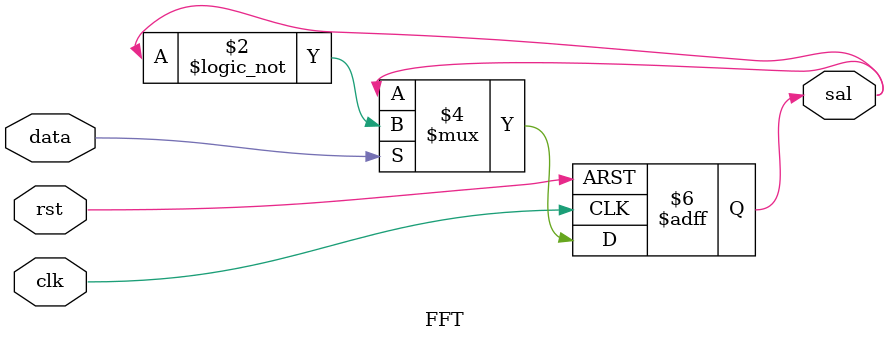
<source format=v>
`timescale 1ns / 1ps

module FFT(
    input clk,
	 input data,
	 input rst,
    output reg sal
    );

   always @(posedge clk, posedge rst) begin
		if (rst)
			sal <= 1'b0;
		else if (data)
			sal <= !sal;
		else
			sal <= sal;
   end
	
endmodule




</source>
